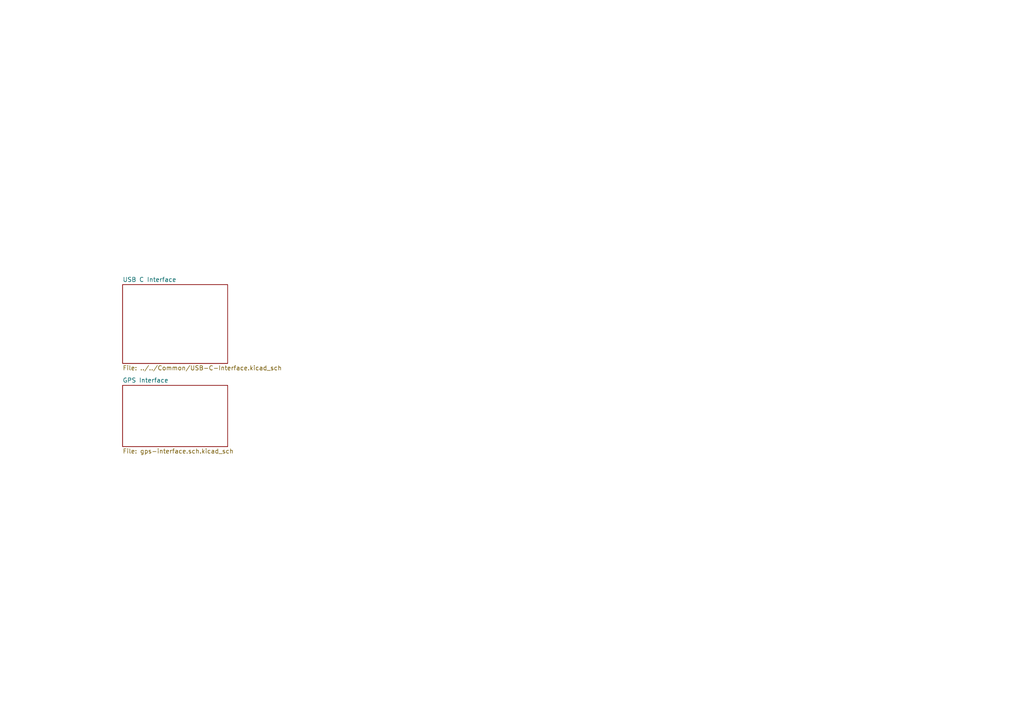
<source format=kicad_sch>
(kicad_sch
	(version 20231120)
	(generator "eeschema")
	(generator_version "8.0")
	(uuid "acc63f22-7eb8-450a-9af4-da5f4b8157d9")
	(paper "A4")
	(lib_symbols)
	(sheet
		(at 35.56 82.55)
		(size 30.48 22.86)
		(fields_autoplaced yes)
		(stroke
			(width 0.1524)
			(type solid)
		)
		(fill
			(color 0 0 0 0.0000)
		)
		(uuid "066db7ca-fd8b-46d1-a06b-412eb11482f3")
		(property "Sheetname" "USB C Interface"
			(at 35.56 81.8384 0)
			(effects
				(font
					(size 1.27 1.27)
				)
				(justify left bottom)
			)
		)
		(property "Sheetfile" "../../Common/USB-C-Interface.kicad_sch"
			(at 35.56 105.9946 0)
			(effects
				(font
					(size 1.27 1.27)
				)
				(justify left top)
			)
		)
		(instances
			(project "GPS-Module"
				(path "/acc63f22-7eb8-450a-9af4-da5f4b8157d9"
					(page "2")
				)
			)
		)
	)
	(sheet
		(at 35.56 111.76)
		(size 30.48 17.78)
		(fields_autoplaced yes)
		(stroke
			(width 0.1524)
			(type solid)
		)
		(fill
			(color 0 0 0 0.0000)
		)
		(uuid "f4383c06-cfae-4b6b-8591-014188dc9624")
		(property "Sheetname" "GPS Interface"
			(at 35.56 111.0484 0)
			(effects
				(font
					(size 1.27 1.27)
				)
				(justify left bottom)
			)
		)
		(property "Sheetfile" "gps-interface.sch.kicad_sch"
			(at 35.56 130.1246 0)
			(effects
				(font
					(size 1.27 1.27)
				)
				(justify left top)
			)
		)
		(instances
			(project "GPS-Module"
				(path "/acc63f22-7eb8-450a-9af4-da5f4b8157d9"
					(page "3")
				)
			)
		)
	)
	(sheet_instances
		(path "/"
			(page "1")
		)
	)
)

</source>
